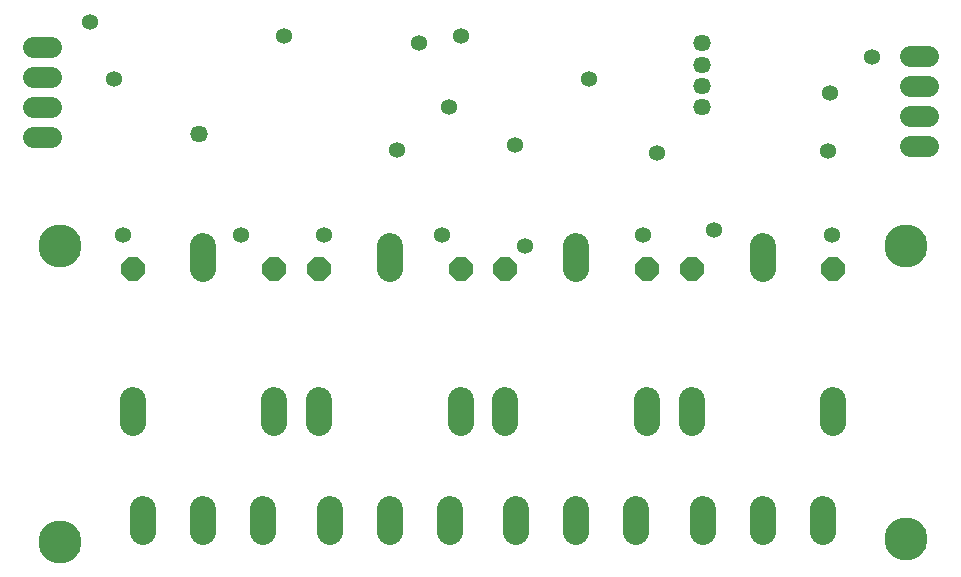
<source format=gbs>
G75*
%MOIN*%
%OFA0B0*%
%FSLAX25Y25*%
%IPPOS*%
%LPD*%
%AMOC8*
5,1,8,0,0,1.08239X$1,22.5*
%
%ADD10C,0.14386*%
%ADD11C,0.07000*%
%ADD12C,0.08677*%
%ADD13OC8,0.08000*%
%ADD14C,0.08800*%
%ADD15C,0.05756*%
%ADD16C,0.05356*%
%ADD17C,0.05750*%
D10*
X0017642Y0016748D03*
X0017642Y0115173D03*
X0299925Y0115173D03*
X0299925Y0017535D03*
D11*
X0301217Y0148598D02*
X0307217Y0148598D01*
X0307217Y0158598D02*
X0301217Y0158598D01*
X0301217Y0168598D02*
X0307217Y0168598D01*
X0307217Y0178598D02*
X0301217Y0178598D01*
X0014933Y0181748D02*
X0008933Y0181748D01*
X0008933Y0171748D02*
X0014933Y0171748D01*
X0014933Y0161748D02*
X0008933Y0161748D01*
X0008933Y0151748D02*
X0014933Y0151748D01*
D12*
X0065594Y0115370D02*
X0065594Y0107693D01*
X0127720Y0107693D02*
X0127720Y0115370D01*
X0189846Y0115370D02*
X0189846Y0107693D01*
X0251972Y0107693D02*
X0251972Y0115370D01*
X0228350Y0064091D02*
X0228350Y0056413D01*
X0213469Y0056413D02*
X0213469Y0064091D01*
X0166224Y0064091D02*
X0166224Y0056413D01*
X0151343Y0056413D02*
X0151343Y0064091D01*
X0104098Y0064091D02*
X0104098Y0056413D01*
X0089217Y0056413D02*
X0089217Y0064091D01*
X0041972Y0064091D02*
X0041972Y0056413D01*
X0275594Y0056413D02*
X0275594Y0064091D01*
D13*
X0275594Y0107496D03*
X0228350Y0107496D03*
X0213469Y0107496D03*
X0166224Y0107496D03*
X0151343Y0107496D03*
X0104098Y0107496D03*
X0089217Y0107496D03*
X0041972Y0107496D03*
D14*
X0045594Y0027774D02*
X0045594Y0019974D01*
X0065594Y0019974D02*
X0065594Y0027774D01*
X0085594Y0027774D02*
X0085594Y0019974D01*
X0107720Y0019974D02*
X0107720Y0027774D01*
X0127720Y0027774D02*
X0127720Y0019974D01*
X0147720Y0019974D02*
X0147720Y0027774D01*
X0169846Y0027774D02*
X0169846Y0019974D01*
X0189846Y0019974D02*
X0189846Y0027774D01*
X0209846Y0027774D02*
X0209846Y0019974D01*
X0231972Y0019974D02*
X0231972Y0027774D01*
X0251972Y0027774D02*
X0251972Y0019974D01*
X0271972Y0019974D02*
X0271972Y0027774D01*
D15*
X0231815Y0161630D03*
X0231815Y0168717D03*
X0231815Y0175803D03*
X0231815Y0182890D03*
D16*
X0194020Y0171079D03*
X0169610Y0149031D03*
X0147563Y0161630D03*
X0130240Y0147457D03*
X0145201Y0119110D03*
X0172760Y0115173D03*
X0212130Y0119110D03*
X0235752Y0120685D03*
X0275122Y0119110D03*
X0273941Y0147063D03*
X0274335Y0166354D03*
X0288508Y0178165D03*
X0216854Y0146276D03*
X0151500Y0185252D03*
X0137327Y0182890D03*
X0092445Y0185252D03*
X0035752Y0171079D03*
X0027878Y0189976D03*
X0038902Y0119110D03*
X0078272Y0119110D03*
X0105831Y0119110D03*
D17*
X0064098Y0152575D03*
M02*

</source>
